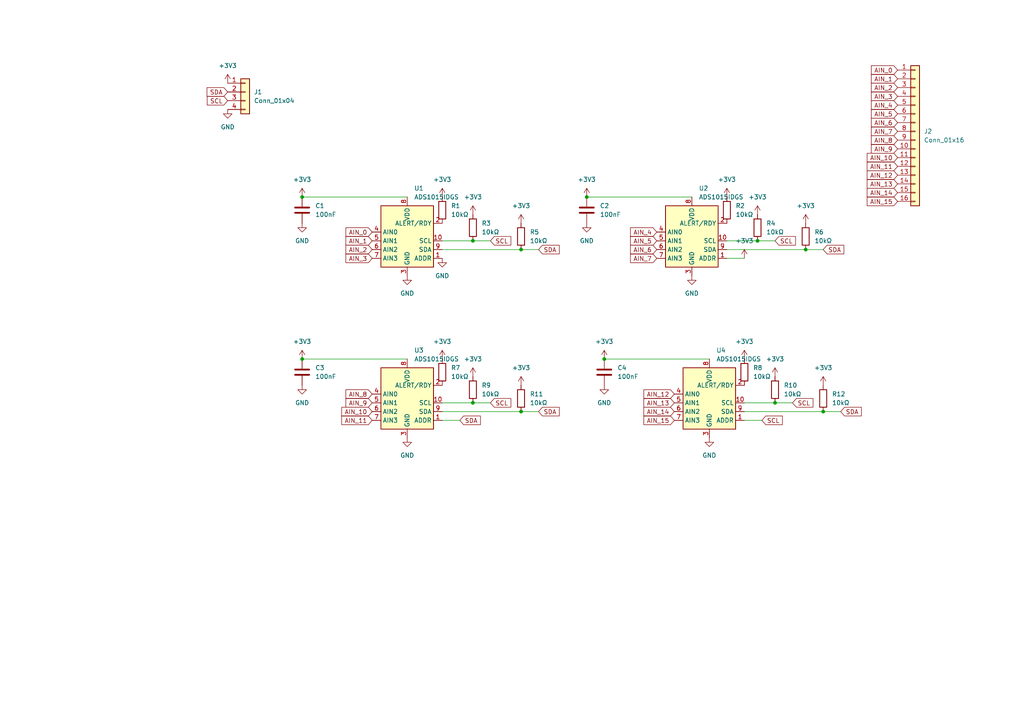
<source format=kicad_sch>
(kicad_sch (version 20211123) (generator eeschema)
  (paper "A4")
  (lib_symbols
    (symbol "Analog_ADC:ADS1015IDGS"
      (property "Reference" "U" (at 2.54 13.97 0))
      (property "Value" "ADS1015IDGS" (at 7.62 11.43 0))
      (symbol "ADS1015IDGS_0_1"
        (rectangle (start -7.62 10.16) (end 7.62 -7.62) (stroke (width 0.254)) (fill (type background)))
      )
      (symbol "ADS1015IDGS_1_1"
        (pin input line (at 10.16 -5.08 180) (length 2.54) (name "ADDR") (number "1"))
        (pin input line (at 10.16 0 180) (length 2.54) (name "SCL") (number "10"))
        (pin output line (at 10.16 5.08 180) (length 2.54) (name "ALERT/RDY") (number "2"))
        (pin power_in line (at 0 -10.16 90) (length 2.54) (name "GND") (number "3"))
        (pin input line (at -10.16 2.54 0) (length 2.54) (name "AIN0") (number "4"))
        (pin input line (at -10.16 0 0) (length 2.54) (name "AIN1") (number "5"))
        (pin input line (at -10.16 -2.54 0) (length 2.54) (name "AIN2") (number "6"))
        (pin input line (at -10.16 -5.08 0) (length 2.54) (name "AIN3") (number "7"))
        (pin power_in line (at 0 12.7 270) (length 2.54) (name "VDD") (number "8"))
        (pin bidirectional line (at 10.16 -2.54 180) (length 2.54) (name "SDA") (number "9"))
      )
    )
    (symbol "Connector_Generic:Conn_01x04" (pin_names (offset 1.016) hide)
      (property "Reference" "J" (at 0 5.08 0))
      (property "Value" "Conn_01x04" (at 0 -7.62 0))
      (symbol "Conn_01x04_1_1"
        (rectangle (start -1.27 -4.953) (end 0 -5.207) (stroke (width 0.1524)))
        (rectangle (start -1.27 -2.413) (end 0 -2.667) (stroke (width 0.1524)))
        (rectangle (start -1.27 0.127) (end 0 -0.127) (stroke (width 0.1524)))
        (rectangle (start -1.27 2.667) (end 0 2.413) (stroke (width 0.1524)))
        (rectangle (start -1.27 3.81) (end 1.27 -6.35) (stroke (width 0.254)) (fill (type background)))
        (pin passive line (at -5.08 2.54 0) (length 3.81) (name "Pin_1") (number "1"))
        (pin passive line (at -5.08 0 0) (length 3.81) (name "Pin_2") (number "2"))
        (pin passive line (at -5.08 -2.54 0) (length 3.81) (name "Pin_3") (number "3"))
        (pin passive line (at -5.08 -5.08 0) (length 3.81) (name "Pin_4") (number "4"))
      )
    )
    (symbol "Connector_Generic:Conn_01x16" (pin_names (offset 1.016) hide)
      (property "Reference" "J" (at 0 20.32 0))
      (property "Value" "Conn_01x16" (at 0 -22.86 0))
      (symbol "Conn_01x16_1_1"
        (rectangle (start -1.27 -20.193) (end 0 -20.447) (stroke (width 0.1524)))
        (rectangle (start -1.27 -17.653) (end 0 -17.907) (stroke (width 0.1524)))
        (rectangle (start -1.27 -15.113) (end 0 -15.367) (stroke (width 0.1524)))
        (rectangle (start -1.27 -12.573) (end 0 -12.827) (stroke (width 0.1524)))
        (rectangle (start -1.27 -10.033) (end 0 -10.287) (stroke (width 0.1524)))
        (rectangle (start -1.27 -7.493) (end 0 -7.747) (stroke (width 0.1524)))
        (rectangle (start -1.27 -4.953) (end 0 -5.207) (stroke (width 0.1524)))
        (rectangle (start -1.27 -2.413) (end 0 -2.667) (stroke (width 0.1524)))
        (rectangle (start -1.27 0.127) (end 0 -0.127) (stroke (width 0.1524)))
        (rectangle (start -1.27 2.667) (end 0 2.413) (stroke (width 0.1524)))
        (rectangle (start -1.27 5.207) (end 0 4.953) (stroke (width 0.1524)))
        (rectangle (start -1.27 7.747) (end 0 7.493) (stroke (width 0.1524)))
        (rectangle (start -1.27 10.287) (end 0 10.033) (stroke (width 0.1524)))
        (rectangle (start -1.27 12.827) (end 0 12.573) (stroke (width 0.1524)))
        (rectangle (start -1.27 15.367) (end 0 15.113) (stroke (width 0.1524)))
        (rectangle (start -1.27 17.907) (end 0 17.653) (stroke (width 0.1524)))
        (rectangle (start -1.27 19.05) (end 1.27 -21.59) (stroke (width 0.254)) (fill (type background)))
        (pin passive line (at -5.08 17.78 0) (length 3.81) (name "Pin_1") (number "1"))
        (pin passive line (at -5.08 -5.08 0) (length 3.81) (name "Pin_10") (number "10"))
        (pin passive line (at -5.08 -7.62 0) (length 3.81) (name "Pin_11") (number "11"))
        (pin passive line (at -5.08 -10.16 0) (length 3.81) (name "Pin_12") (number "12"))
        (pin passive line (at -5.08 -12.7 0) (length 3.81) (name "Pin_13") (number "13"))
        (pin passive line (at -5.08 -15.24 0) (length 3.81) (name "Pin_14") (number "14"))
        (pin passive line (at -5.08 -17.78 0) (length 3.81) (name "Pin_15") (number "15"))
        (pin passive line (at -5.08 -20.32 0) (length 3.81) (name "Pin_16") (number "16"))
        (pin passive line (at -5.08 15.24 0) (length 3.81) (name "Pin_2") (number "2"))
        (pin passive line (at -5.08 12.7 0) (length 3.81) (name "Pin_3") (number "3"))
        (pin passive line (at -5.08 10.16 0) (length 3.81) (name "Pin_4") (number "4"))
        (pin passive line (at -5.08 7.62 0) (length 3.81) (name "Pin_5") (number "5"))
        (pin passive line (at -5.08 5.08 0) (length 3.81) (name "Pin_6") (number "6"))
        (pin passive line (at -5.08 2.54 0) (length 3.81) (name "Pin_7") (number "7"))
        (pin passive line (at -5.08 0 0) (length 3.81) (name "Pin_8") (number "8"))
        (pin passive line (at -5.08 -2.54 0) (length 3.81) (name "Pin_9") (number "9"))
      )
    )
    (symbol "Device:C" (pin_numbers hide) (pin_names (offset 0.254))
      (property "Reference" "C" (at 0.635 2.54 0))
      (property "Value" "C" (at 0.635 -2.54 0))
      (symbol "C_0_1"
        (polyline (pts (xy -2.032 -0.762) (xy 2.032 -0.762)) (stroke (width 0.508)))
        (polyline (pts (xy -2.032 0.762) (xy 2.032 0.762)) (stroke (width 0.508)))
      )
      (symbol "C_1_1"
        (pin passive line (at 0 3.81 270) (length 2.794) (name "~") (number "1"))
        (pin passive line (at 0 -3.81 90) (length 2.794) (name "~") (number "2"))
      )
    )
    (symbol "Device:R" (pin_numbers hide) (pin_names (offset 0))
      (property "Reference" "R" (at 2.032 0 90))
      (property "Value" "R" (at 0 0 90))
      (symbol "R_0_1"
        (rectangle (start -1.016 -2.54) (end 1.016 2.54) (stroke (width 0.254)))
      )
      (symbol "R_1_1"
        (pin passive line (at 0 3.81 270) (length 1.27) (name "~") (number "1"))
        (pin passive line (at 0 -3.81 90) (length 1.27) (name "~") (number "2"))
      )
    )
    (symbol "power:+3.3V" (power) (pin_names (offset 0))
      (property "Value" "+3.3V" (at 0 3.556 0))
      (symbol "+3.3V_0_1"
        (polyline (pts (xy -0.762 1.27) (xy 0 2.54)))
        (polyline (pts (xy 0 0) (xy 0 2.54)))
        (polyline (pts (xy 0 2.54) (xy 0.762 1.27)))
      )
      (symbol "+3.3V_1_1"
        (pin power_in line (at 0 0 90) (length 0) hide (name "+3V3") (number "1"))
      )
    )
    (symbol "power:GND" (power) (pin_names (offset 0))
      (property "Value" "GND" (at 0 -3.81 0))
      (symbol "GND_0_1"
        (polyline (pts (xy 0 0) (xy 0 -1.27) (xy 1.27 -1.27) (xy 0 -2.54) (xy -1.27 -1.27) (xy 0 -1.27)))
      )
      (symbol "GND_1_1"
        (pin power_in line (at 0 0 270) (length 0) hide (name "GND") (number "1"))
      )
    )
  )
  (junction (at 87.63 104.14))
  (junction (at 219.71 69.85))
  (junction (at 170.18 57.15))
  (junction (at 238.76 119.38))
  (junction (at 151.13 119.38))
  (junction (at 137.16 116.84))
  (junction (at 137.16 69.85))
  (junction (at 151.13 72.39))
  (junction (at 175.26 104.14))
  (junction (at 87.63 57.15))
  (junction (at 224.79 116.84))
  (junction (at 233.68 72.39))
  (wire (pts (xy 87.63 104.14) (xy 118.11 104.14)))
  (wire (pts (xy 128.27 69.85) (xy 137.16 69.85)))
  (wire (pts (xy 210.82 72.39) (xy 233.68 72.39)))
  (wire (pts (xy 128.27 121.92) (xy 133.35 121.92)))
  (wire (pts (xy 142.24 69.85) (xy 137.16 69.85)))
  (wire (pts (xy 87.63 57.15) (xy 118.11 57.15)))
  (wire (pts (xy 229.87 116.84) (xy 224.79 116.84)))
  (wire (pts (xy 142.24 116.84) (xy 137.16 116.84)))
  (wire (pts (xy 238.76 119.38) (xy 243.84 119.38)))
  (wire (pts (xy 175.26 104.14) (xy 205.74 104.14)))
  (wire (pts (xy 170.18 57.15) (xy 200.66 57.15)))
  (wire (pts (xy 224.79 69.85) (xy 219.71 69.85)))
  (wire (pts (xy 128.27 72.39) (xy 151.13 72.39)))
  (wire (pts (xy 215.9 116.84) (xy 224.79 116.84)))
  (wire (pts (xy 151.13 119.38) (xy 156.21 119.38)))
  (wire (pts (xy 128.27 116.84) (xy 137.16 116.84)))
  (wire (pts (xy 233.68 72.39) (xy 238.76 72.39)))
  (wire (pts (xy 128.27 119.38) (xy 151.13 119.38)))
  (wire (pts (xy 215.9 121.92) (xy 220.98 121.92)))
  (wire (pts (xy 215.9 119.38) (xy 238.76 119.38)))
  (wire (pts (xy 151.13 72.39) (xy 156.21 72.39)))
  (wire (pts (xy 210.82 74.93) (xy 215.9 74.93)))
  (wire (pts (xy 210.82 69.85) (xy 219.71 69.85)))
  (global_label "SDA" (shape input) (at 66.04 26.67 180) (property "Intersheet References" "${INTERSHEET_REFS}" (effects hide)))
  (global_label "AIN_9" (shape input) (at 107.95 116.84 180) (property "Intersheet References" "${INTERSHEET_REFS}" (effects hide)))
  (global_label "SDA" (shape input) (at 156.21 72.39 0) (property "Intersheet References" "${INTERSHEET_REFS}" (effects hide)))
  (global_label "AIN_9" (shape input) (at 260.35 43.18 180) (property "Intersheet References" "${INTERSHEET_REFS}" (effects hide)))
  (global_label "SCL" (shape input) (at 142.24 116.84 0) (property "Intersheet References" "${INTERSHEET_REFS}" (effects hide)))
  (global_label "AIN_6" (shape input) (at 260.35 35.56 180) (property "Intersheet References" "${INTERSHEET_REFS}" (effects hide)))
  (global_label "AIN_12" (shape input) (at 195.58 114.3 180) (property "Intersheet References" "${INTERSHEET_REFS}" (effects hide)))
  (global_label "SDA" (shape input) (at 238.76 72.39 0) (property "Intersheet References" "${INTERSHEET_REFS}" (effects hide)))
  (global_label "SDA" (shape input) (at 133.35 121.92 0) (property "Intersheet References" "${INTERSHEET_REFS}" (effects hide)))
  (global_label "AIN_15" (shape input) (at 260.35 58.42 180) (property "Intersheet References" "${INTERSHEET_REFS}" (effects hide)))
  (global_label "AIN_4" (shape input) (at 260.35 30.48 180) (property "Intersheet References" "${INTERSHEET_REFS}" (effects hide)))
  (global_label "AIN_4" (shape input) (at 190.5 67.31 180) (property "Intersheet References" "${INTERSHEET_REFS}" (effects hide)))
  (global_label "AIN_3" (shape input) (at 107.95 74.93 180) (property "Intersheet References" "${INTERSHEET_REFS}" (effects hide)))
  (global_label "AIN_11" (shape input) (at 107.95 121.92 180) (property "Intersheet References" "${INTERSHEET_REFS}" (effects hide)))
  (global_label "SCL" (shape input) (at 224.79 69.85 0) (property "Intersheet References" "${INTERSHEET_REFS}" (effects hide)))
  (global_label "SCL" (shape input) (at 220.98 121.92 0) (property "Intersheet References" "${INTERSHEET_REFS}" (effects hide)))
  (global_label "AIN_7" (shape input) (at 190.5 74.93 180) (property "Intersheet References" "${INTERSHEET_REFS}" (effects hide)))
  (global_label "AIN_6" (shape input) (at 190.5 72.39 180) (property "Intersheet References" "${INTERSHEET_REFS}" (effects hide)))
  (global_label "AIN_1" (shape input) (at 260.35 22.86 180) (property "Intersheet References" "${INTERSHEET_REFS}" (effects hide)))
  (global_label "SCL" (shape input) (at 229.87 116.84 0) (property "Intersheet References" "${INTERSHEET_REFS}" (effects hide)))
  (global_label "AIN_14" (shape input) (at 260.35 55.88 180) (property "Intersheet References" "${INTERSHEET_REFS}" (effects hide)))
  (global_label "AIN_1" (shape input) (at 107.95 69.85 180) (property "Intersheet References" "${INTERSHEET_REFS}" (effects hide)))
  (global_label "SCL" (shape input) (at 66.04 29.21 180) (property "Intersheet References" "${INTERSHEET_REFS}" (effects hide)))
  (global_label "AIN_11" (shape input) (at 260.35 48.26 180) (property "Intersheet References" "${INTERSHEET_REFS}" (effects hide)))
  (global_label "AIN_15" (shape input) (at 195.58 121.92 180) (property "Intersheet References" "${INTERSHEET_REFS}" (effects hide)))
  (global_label "AIN_0" (shape input) (at 260.35 20.32 180) (property "Intersheet References" "${INTERSHEET_REFS}" (effects hide)))
  (global_label "AIN_7" (shape input) (at 260.35 38.1 180) (property "Intersheet References" "${INTERSHEET_REFS}" (effects hide)))
  (global_label "AIN_13" (shape input) (at 260.35 53.34 180) (property "Intersheet References" "${INTERSHEET_REFS}" (effects hide)))
  (global_label "AIN_8" (shape input) (at 260.35 40.64 180) (property "Intersheet References" "${INTERSHEET_REFS}" (effects hide)))
  (global_label "AIN_3" (shape input) (at 260.35 27.94 180) (property "Intersheet References" "${INTERSHEET_REFS}" (effects hide)))
  (global_label "AIN_5" (shape input) (at 190.5 69.85 180) (property "Intersheet References" "${INTERSHEET_REFS}" (effects hide)))
  (global_label "AIN_2" (shape input) (at 107.95 72.39 180) (property "Intersheet References" "${INTERSHEET_REFS}" (effects hide)))
  (global_label "AIN_8" (shape input) (at 107.95 114.3 180) (property "Intersheet References" "${INTERSHEET_REFS}" (effects hide)))
  (global_label "SDA" (shape input) (at 243.84 119.38 0) (property "Intersheet References" "${INTERSHEET_REFS}" (effects hide)))
  (global_label "AIN_14" (shape input) (at 195.58 119.38 180) (property "Intersheet References" "${INTERSHEET_REFS}" (effects hide)))
  (global_label "AIN_0" (shape input) (at 107.95 67.31 180) (property "Intersheet References" "${INTERSHEET_REFS}" (effects hide)))
  (global_label "AIN_12" (shape input) (at 260.35 50.8 180) (property "Intersheet References" "${INTERSHEET_REFS}" (effects hide)))
  (global_label "AIN_13" (shape input) (at 195.58 116.84 180) (property "Intersheet References" "${INTERSHEET_REFS}" (effects hide)))
  (global_label "AIN_10" (shape input) (at 260.35 45.72 180) (property "Intersheet References" "${INTERSHEET_REFS}" (effects hide)))
  (global_label "AIN_10" (shape input) (at 107.95 119.38 180) (property "Intersheet References" "${INTERSHEET_REFS}" (effects hide)))
  (global_label "AIN_2" (shape input) (at 260.35 25.4 180) (property "Intersheet References" "${INTERSHEET_REFS}" (effects hide)))
  (global_label "SCL" (shape input) (at 142.24 69.85 0) (property "Intersheet References" "${INTERSHEET_REFS}" (effects hide)))
  (global_label "SDA" (shape input) (at 156.21 119.38 0) (property "Intersheet References" "${INTERSHEET_REFS}" (effects hide)))
  (global_label "AIN_5" (shape input) (at 260.35 33.02 180) (property "Intersheet References" "${INTERSHEET_REFS}" (effects hide)))
  (symbol (lib_id "Device:R") (at 128.27 60.96 0) (unit 1)
    (property "Reference" "R1" (at 130.81 59.6899 0) (effects (justify left)))
    (property "Value" "10kΩ" (at 130.81 62.2299 0) (effects (justify left)))
    (property "Footprint" "Resistor_SMD:R_0402_1005Metric" (effects hide))
    (property "LCSC" "C25744" (effects hide))
    (property "JLCPCB Class" "B" (effects hide))
  )
  (symbol (lib_id "power:+3.3V") (at 87.63 57.15 0) (unit 1)
    (property "Reference" "#PWR0114" (effects hide))
    (property "Value" "+3.3V" (at 87.63 52.07 0))
  )
  (symbol (lib_id "power:GND") (at 118.11 80.01 0) (unit 1)
    (property "Reference" "#PWR0115" (effects hide))
    (property "Value" "GND" (at 118.11 85.09 0))
  )
  (symbol (lib_id "Device:R") (at 238.76 115.57 0) (unit 1)
    (property "Reference" "R12" (at 241.3 114.2999 0) (effects (justify left)))
    (property "Value" "10kΩ" (at 241.3 116.8399 0) (effects (justify left)))
    (property "Footprint" "Resistor_SMD:R_0402_1005Metric" (effects hide))
    (property "LCSC" "C25744" (effects hide))
    (property "JLCPCB Class" "B" (effects hide))
  )
  (symbol (lib_id "Analog_ADC:ADS1015IDGS") (at 200.66 69.85 0) (unit 1)
    (property "Reference" "U2" (at 202.6794 54.61 0) (effects (justify left)))
    (property "Value" "ADS1015IDGS" (at 202.6794 57.15 0) (effects (justify left)))
    (property "Footprint" "Package_SO:TSSOP-10_3x3mm_P0.5mm" (effects hide))
    (property "Datasheet" "http://www.ti.com/lit/ds/symlink/ads1015.pdf" (effects hide))
  )
  (symbol (lib_id "Device:R") (at 128.27 107.95 0) (unit 1)
    (property "Reference" "R7" (at 130.81 106.6799 0) (effects (justify left)))
    (property "Value" "10kΩ" (at 130.81 109.2199 0) (effects (justify left)))
    (property "Footprint" "Resistor_SMD:R_0402_1005Metric" (effects hide))
    (property "LCSC" "C25744" (effects hide))
    (property "JLCPCB Class" "B" (effects hide))
  )
  (symbol (lib_id "Device:R") (at 233.68 68.58 0) (unit 1)
    (property "Reference" "R6" (at 236.22 67.3099 0) (effects (justify left)))
    (property "Value" "10kΩ" (at 236.22 69.8499 0) (effects (justify left)))
    (property "Footprint" "Resistor_SMD:R_0402_1005Metric" (effects hide))
    (property "LCSC" "C25744" (effects hide))
    (property "JLCPCB Class" "B" (effects hide))
  )
  (symbol (lib_id "power:+3.3V") (at 128.27 104.14 0) (unit 1)
    (property "Reference" "#PWR0126" (effects hide))
    (property "Value" "+3.3V" (at 128.27 99.06 0))
  )
  (symbol (lib_id "Device:R") (at 151.13 68.58 0) (unit 1)
    (property "Reference" "R5" (at 153.67 67.3099 0) (effects (justify left)))
    (property "Value" "10kΩ" (at 153.67 69.8499 0) (effects (justify left)))
    (property "Footprint" "Resistor_SMD:R_0402_1005Metric" (effects hide))
    (property "LCSC" "C25744" (effects hide))
    (property "JLCPCB Class" "B" (effects hide))
  )
  (symbol (lib_id "power:GND") (at 200.66 80.01 0) (unit 1)
    (property "Reference" "#PWR0107" (effects hide))
    (property "Value" "GND" (at 200.66 85.09 0))
  )
  (symbol (lib_id "Device:R") (at 137.16 113.03 0) (unit 1)
    (property "Reference" "R9" (at 139.7 111.7599 0) (effects (justify left)))
    (property "Value" "10kΩ" (at 139.7 114.2999 0) (effects (justify left)))
    (property "Footprint" "Resistor_SMD:R_0402_1005Metric" (effects hide))
    (property "LCSC" "C25744" (effects hide))
    (property "JLCPCB Class" "B" (effects hide))
  )
  (symbol (lib_id "power:+3.3V") (at 66.04 24.13 0) (unit 1)
    (property "Reference" "#PWR0121" (effects hide))
    (property "Value" "+3.3V" (at 66.04 19.05 0))
  )
  (symbol (lib_id "Connector_Generic:Conn_01x04") (at 71.12 26.67 0) (unit 1)
    (property "Reference" "J1" (at 73.66 26.6699 0) (effects (justify left)))
    (property "Value" "Conn_01x04" (at 73.66 29.2099 0) (effects (justify left)))
    (property "Footprint" "Connector_PinHeader_2.54mm:PinHeader_1x04_P2.54mm_Vertical" (effects hide))
  )
  (symbol (lib_id "Device:R") (at 224.79 113.03 0) (unit 1)
    (property "Reference" "R10" (at 227.33 111.7599 0) (effects (justify left)))
    (property "Value" "10kΩ" (at 227.33 114.2999 0) (effects (justify left)))
    (property "Footprint" "Resistor_SMD:R_0402_1005Metric" (effects hide))
    (property "LCSC" "C25744" (effects hide))
    (property "JLCPCB Class" "B" (effects hide))
  )
  (symbol (lib_id "power:+3.3V") (at 215.9 74.93 0) (unit 1)
    (property "Reference" "#PWR0108" (effects hide))
    (property "Value" "+3.3V" (at 215.9 69.85 0))
  )
  (symbol (lib_id "power:+3.3V") (at 137.16 62.23 0) (unit 1)
    (property "Reference" "#PWR0112" (effects hide))
    (property "Value" "+3.3V" (at 137.16 57.15 0))
  )
  (symbol (lib_id "Device:R") (at 215.9 107.95 0) (unit 1)
    (property "Reference" "R8" (at 218.44 106.6799 0) (effects (justify left)))
    (property "Value" "10kΩ" (at 218.44 109.2199 0) (effects (justify left)))
    (property "Footprint" "Resistor_SMD:R_0402_1005Metric" (effects hide))
    (property "LCSC" "C25744" (effects hide))
    (property "JLCPCB Class" "B" (effects hide))
  )
  (symbol (lib_id "power:+3.3V") (at 137.16 109.22 0) (unit 1)
    (property "Reference" "#PWR0124" (effects hide))
    (property "Value" "+3.3V" (at 137.16 104.14 0))
  )
  (symbol (lib_id "power:+3.3V") (at 215.9 104.14 0) (unit 1)
    (property "Reference" "#PWR0101" (effects hide))
    (property "Value" "+3.3V" (at 215.9 99.06 0))
  )
  (symbol (lib_id "Device:R") (at 210.82 60.96 0) (unit 1)
    (property "Reference" "R2" (at 213.36 59.6899 0) (effects (justify left)))
    (property "Value" "10kΩ" (at 213.36 62.2299 0) (effects (justify left)))
    (property "Footprint" "Resistor_SMD:R_0402_1005Metric" (effects hide))
    (property "LCSC" "C25744" (effects hide))
    (property "JLCPCB Class" "B" (effects hide))
  )
  (symbol (lib_id "Device:R") (at 219.71 66.04 0) (unit 1)
    (property "Reference" "R4" (at 222.25 64.7699 0) (effects (justify left)))
    (property "Value" "10kΩ" (at 222.25 67.3099 0) (effects (justify left)))
    (property "Footprint" "Resistor_SMD:R_0402_1005Metric" (effects hide))
    (property "LCSC" "C25744" (effects hide))
    (property "JLCPCB Class" "B" (effects hide))
  )
  (symbol (lib_id "power:+3.3V") (at 219.71 62.23 0) (unit 1)
    (property "Reference" "#PWR0109" (effects hide))
    (property "Value" "+3.3V" (at 219.71 57.15 0))
  )
  (symbol (lib_id "power:+3.3V") (at 238.76 111.76 0) (unit 1)
    (property "Reference" "#PWR0103" (effects hide))
    (property "Value" "+3.3V" (at 238.76 106.68 0))
  )
  (symbol (lib_id "power:GND") (at 87.63 64.77 0) (unit 1)
    (property "Reference" "#PWR0113" (effects hide))
    (property "Value" "GND" (at 87.63 69.85 0))
  )
  (symbol (lib_id "power:GND") (at 128.27 74.93 0) (unit 1)
    (property "Reference" "#PWR0116" (effects hide))
    (property "Value" "GND" (at 128.27 80.01 0))
  )
  (symbol (lib_id "power:+3.3V") (at 175.26 104.14 0) (unit 1)
    (property "Reference" "#PWR0106" (effects hide))
    (property "Value" "+3.3V" (at 175.26 99.06 0))
  )
  (symbol (lib_id "Analog_ADC:ADS1015IDGS") (at 118.11 69.85 0) (unit 1)
    (property "Reference" "U1" (at 120.1294 54.61 0) (effects (justify left)))
    (property "Value" "ADS1015IDGS" (at 120.1294 57.15 0) (effects (justify left)))
    (property "Footprint" "Package_SO:TSSOP-10_3x3mm_P0.5mm" (effects hide))
    (property "Datasheet" "http://www.ti.com/lit/ds/symlink/ads1015.pdf" (effects hide))
  )
  (symbol (lib_id "power:+3.3V") (at 210.82 57.15 0) (unit 1)
    (property "Reference" "#PWR0110" (effects hide))
    (property "Value" "+3.3V" (at 210.82 52.07 0))
  )
  (symbol (lib_id "power:+3.3V") (at 128.27 57.15 0) (unit 1)
    (property "Reference" "#PWR0117" (effects hide))
    (property "Value" "+3.3V" (at 128.27 52.07 0))
  )
  (symbol (lib_id "power:GND") (at 87.63 111.76 0) (unit 1)
    (property "Reference" "#PWR0127" (effects hide))
    (property "Value" "GND" (at 87.63 116.84 0))
  )
  (symbol (lib_id "Device:R") (at 137.16 66.04 0) (unit 1)
    (property "Reference" "R3" (at 139.7 64.7699 0) (effects (justify left)))
    (property "Value" "10kΩ" (at 139.7 67.3099 0) (effects (justify left)))
    (property "Footprint" "Resistor_SMD:R_0402_1005Metric" (effects hide))
    (property "LCSC" "C25744" (effects hide))
    (property "JLCPCB Class" "B" (effects hide))
  )
  (symbol (lib_id "power:GND") (at 118.11 127 0) (unit 1)
    (property "Reference" "#PWR0125" (effects hide))
    (property "Value" "GND" (at 118.11 132.08 0))
  )
  (symbol (lib_id "Connector_Generic:Conn_01x16") (at 265.43 38.1 0) (unit 1)
    (property "Reference" "J2" (at 267.97 38.0999 0) (effects (justify left)))
    (property "Value" "Conn_01x16" (at 267.97 40.6399 0) (effects (justify left)))
    (property "Footprint" "Connector_PinHeader_2.54mm:PinHeader_1x16_P2.54mm_Vertical" (effects hide))
  )
  (symbol (lib_id "power:GND") (at 170.18 64.77 0) (unit 1)
    (property "Reference" "#PWR0119" (effects hide))
    (property "Value" "GND" (at 170.18 69.85 0))
  )
  (symbol (lib_id "power:+3.3V") (at 151.13 64.77 0) (unit 1)
    (property "Reference" "#PWR0120" (effects hide))
    (property "Value" "+3.3V" (at 151.13 59.69 0))
  )
  (symbol (lib_id "Device:C") (at 170.18 60.96 0) (unit 1)
    (property "Reference" "C2" (at 173.99 59.6899 0) (effects (justify left)))
    (property "Value" "100nF" (at 173.99 62.2299 0) (effects (justify left)))
    (property "Footprint" "Capacitor_SMD:C_0402_1005Metric" (effects hide))
  )
  (symbol (lib_id "power:GND") (at 175.26 111.76 0) (unit 1)
    (property "Reference" "#PWR0105" (effects hide))
    (property "Value" "GND" (at 175.26 116.84 0))
  )
  (symbol (lib_id "Device:C") (at 175.26 107.95 0) (unit 1)
    (property "Reference" "C4" (at 179.07 106.6799 0) (effects (justify left)))
    (property "Value" "100nF" (at 179.07 109.2199 0) (effects (justify left)))
    (property "Footprint" "Capacitor_SMD:C_0402_1005Metric" (effects hide))
  )
  (symbol (lib_id "Device:R") (at 151.13 115.57 0) (unit 1)
    (property "Reference" "R11" (at 153.67 114.2999 0) (effects (justify left)))
    (property "Value" "10kΩ" (at 153.67 116.8399 0) (effects (justify left)))
    (property "Footprint" "Resistor_SMD:R_0402_1005Metric" (effects hide))
    (property "LCSC" "C25744" (effects hide))
    (property "JLCPCB Class" "B" (effects hide))
  )
  (symbol (lib_id "power:GND") (at 66.04 31.75 0) (unit 1)
    (property "Reference" "#PWR0122" (effects hide))
    (property "Value" "GND" (at 66.04 36.83 0))
  )
  (symbol (lib_id "Device:C") (at 87.63 107.95 0) (unit 1)
    (property "Reference" "C3" (at 91.44 106.6799 0) (effects (justify left)))
    (property "Value" "100nF" (at 91.44 109.2199 0) (effects (justify left)))
    (property "Footprint" "Capacitor_SMD:C_0402_1005Metric" (effects hide))
  )
  (symbol (lib_id "Device:C") (at 87.63 60.96 0) (unit 1)
    (property "Reference" "C1" (at 91.44 59.6899 0) (effects (justify left)))
    (property "Value" "100nF" (at 91.44 62.2299 0) (effects (justify left)))
    (property "Footprint" "Capacitor_SMD:C_0402_1005Metric" (effects hide))
  )
  (symbol (lib_id "power:GND") (at 205.74 127 0) (unit 1)
    (property "Reference" "#PWR0102" (effects hide))
    (property "Value" "GND" (at 205.74 132.08 0))
  )
  (symbol (lib_id "Analog_ADC:ADS1015IDGS") (at 205.74 116.84 0) (unit 1)
    (property "Reference" "U4" (at 207.7594 101.6 0) (effects (justify left)))
    (property "Value" "ADS1015IDGS" (at 207.7594 104.14 0) (effects (justify left)))
    (property "Footprint" "Package_SO:TSSOP-10_3x3mm_P0.5mm" (effects hide))
    (property "Datasheet" "http://www.ti.com/lit/ds/symlink/ads1015.pdf" (effects hide))
  )
  (symbol (lib_id "power:+3.3V") (at 87.63 104.14 0) (unit 1)
    (property "Reference" "#PWR0128" (effects hide))
    (property "Value" "+3.3V" (at 87.63 99.06 0))
  )
  (symbol (lib_id "power:+3.3V") (at 170.18 57.15 0) (unit 1)
    (property "Reference" "#PWR0118" (effects hide))
    (property "Value" "+3.3V" (at 170.18 52.07 0))
  )
  (symbol (lib_id "power:+3.3V") (at 224.79 109.22 0) (unit 1)
    (property "Reference" "#PWR0104" (effects hide))
    (property "Value" "+3.3V" (at 224.79 104.14 0))
  )
  (symbol (lib_id "power:+3.3V") (at 233.68 64.77 0) (unit 1)
    (property "Reference" "#PWR0111" (effects hide))
    (property "Value" "+3.3V" (at 233.68 59.69 0))
  )
  (symbol (lib_id "power:+3.3V") (at 151.13 111.76 0) (unit 1)
    (property "Reference" "#PWR0123" (effects hide))
    (property "Value" "+3.3V" (at 151.13 106.68 0))
  )
  (symbol (lib_id "Analog_ADC:ADS1015IDGS") (at 118.11 116.84 0) (unit 1)
    (property "Reference" "U3" (at 120.1294 101.6 0) (effects (justify left)))
    (property "Value" "ADS1015IDGS" (at 120.1294 104.14 0) (effects (justify left)))
    (property "Footprint" "Package_SO:TSSOP-10_3x3mm_P0.5mm" (effects hide))
    (property "Datasheet" "http://www.ti.com/lit/ds/symlink/ads1015.pdf" (effects hide))
  )
)
</source>
